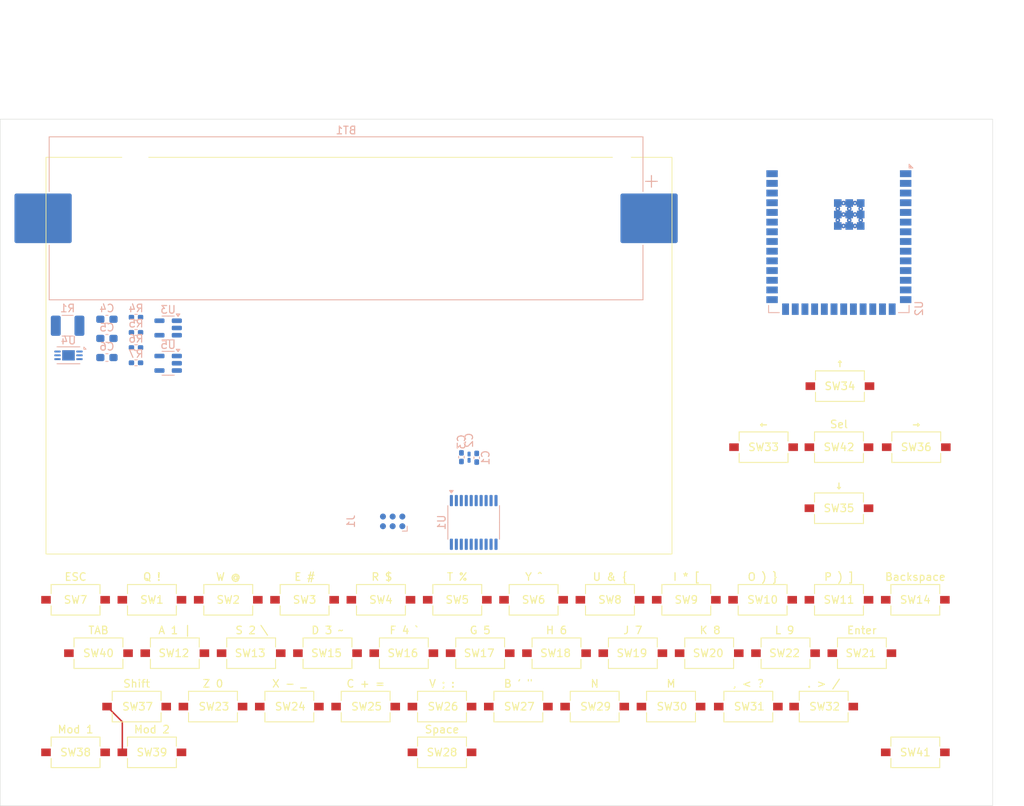
<source format=kicad_pcb>
(kicad_pcb (version 20241229) (generator "pcbnew") (generator_version "9.0")
  (title_block (title "Wow Communicator") (date "2025-07-20") (rev "A0") (company "Bjorn Hropot") (comment 1 "WebWow"))
  (layers (0 "F.Cu" signal) (4 "In1.Cu" signal) (6 "In2.Cu" signal) (2 "B.Cu" signal) (13 "F.Paste" user) (15 "B.Paste" user) (5 "F.SilkS" user "F.Silkscreen") (7 "B.SilkS" user "B.Silkscreen") (1 "F.Mask" user) (3 "B.Mask" user) (25 "Edge.Cuts" user))
  (net 0 "")
  (net 1 "0")
  (net 2 "+3V3")
  (net 3 "/keyboard_matrix/DEBUG_SWDIO")
  (net 4 "/keyboard_matrix/DEBUG_SWCLK")
  (net 5 "Net-(SW1-A)")
  (net 6 "Net-(SW1-B)")
  (net 7 "/keyboard_matrix/NRESET")
  (net 8 "/keyboard_matrix/KEYBOARD_SDA")
  (net 9 "/keyboard_matrix/KEYBOARD_SCL")
  (net 11 "Net-(SW16-B)")
  (net 12 "Net-(SW10-B)")
  (net 13 "Net-(SW11-B)")
  (net 14 "Net-(SW12-B)")
  (net 15 "Net-(SW13-B)")
  (net 16 "Net-(SW14-B)")
  (net 17 "Net-(SW10-A)")
  (net 18 "Net-(SW15-A)")
  (net 19 "Net-(SW22-A)")
  (net 20 "Net-(SW29-A)")
  (net 21 "Net-(SW36-A)")
  (net 26 "Net-(U2-GND-Pad1)")
  (net 61 "Net-(BT1-+)")
  (net 62 "Net-(SW43A-B)")
  (net 63 "Net-(U5-PROG)")
  (net 64 "Net-(J2-CC2)")
  (net 65 "Net-(J2-CC1)")
  (net 66 "Net-(J2-SHIELD)")
  (net 68 "Net-(SW43A-C)")
  (net 69 "/power_management/BATTERY_SCL")
  (net 70 "/power_management/BATTERY_SDA")
  (net 72 "Net-(U5-CE)")
  (footprint "Button_Switch_SMD:SW_Tactile_SPST_NO_Straight_CK_PTS636Sx25SMTRLFS" (layer "F.Cu") (at 204.875 133)
    (property "Reference" "SW41" (at 0 0 0) (layer "F.SilkS"))
    (property "Value" "SW_SPST")
    (property "Key Text" "" (at 0 0 0) (layer "F.SilkS"))
    (pad "1" smd rect (at -3.875 0) (size 1.25 1) (layers "F.Cu" "F.Mask" "F.Paste") (net 21 "Net-(SW36-A)"))
    (pad "2" smd rect (at 3.875 0) (size 1.25 1) (layers "F.Cu" "F.Mask" "F.Paste") (net 15 "Net-(SW13-B)"))
  )
  (footprint "Button_Switch_SMD:SW_Tactile_SPST_NO_Straight_CK_PTS636Sx25SMTRLFS" (layer "F.Cu") (at 147.875 120)
    (property "Reference" "SW17" (at -0.125 0 0) (layer "F.SilkS"))
    (property "Value" "SW_SPST")
    (property "Key Text" "G 5" (at 0 -3 0) (layer "F.SilkS"))
    (pad "1" smd rect (at -3.875 0) (size 1.25 1) (layers "F.Cu" "F.Mask" "F.Paste") (net 18 "Net-(SW15-A)"))
    (pad "2" smd rect (at 3.875 0) (size 1.25 1) (layers "F.Cu" "F.Mask" "F.Paste") (net 12 "Net-(SW10-B)"))
  )
  (footprint "Button_Switch_SMD:SW_Tactile_SPST_NO_Straight_CK_PTS636Sx25SMTRLFS" (layer "F.Cu") (at 154.875 113)
    (property "Reference" "SW6" (at 0 0 0) (layer "F.SilkS"))
    (property "Value" "SW_SPST")
    (property "Key Text" "Y ^" (at 0 -3 0) (layer "F.SilkS"))
    (pad "1" smd rect (at -3.875 0) (size 1.25 1) (layers "F.Cu" "F.Mask" "F.Paste") (net 5 "Net-(SW1-A)"))
    (pad "2" smd rect (at 3.875 0) (size 1.25 1) (layers "F.Cu" "F.Mask" "F.Paste") (net 15 "Net-(SW13-B)"))
  )
  (footprint "Button_Switch_SMD:SW_Tactile_SPST_NO_Straight_CK_PTS636Sx25SMTRLFS" (layer "F.Cu") (at 107.875 120)
    (property "Reference" "SW12" (at -0.125 0 0) (layer "F.SilkS"))
    (property "Value" "SW_SPST")
    (property "Key Text" "A 1 |" (at 0 -3 0) (layer "F.SilkS"))
    (pad "1" smd rect (at -3.875 0) (size 1.25 1) (layers "F.Cu" "F.Mask" "F.Paste") (net 17 "Net-(SW10-A)"))
    (pad "2" smd rect (at 3.875 0) (size 1.25 1) (layers "F.Cu" "F.Mask" "F.Paste") (net 14 "Net-(SW12-B)"))
  )
  (footprint "Button_Switch_SMD:SW_Tactile_SPST_NO_Straight_CK_PTS636Sx25SMTRLFS" (layer "F.Cu") (at 114.875 113)
    (property "Reference" "SW2" (at 0 0 0) (layer "F.SilkS"))
    (property "Value" "SW_SPST")
    (property "Key Text" "W @" (at 0 -3 0) (layer "F.SilkS"))
    (pad "1" smd rect (at -3.875 0) (size 1.25 1) (layers "F.Cu" "F.Mask" "F.Paste") (net 5 "Net-(SW1-A)"))
    (pad "2" smd rect (at 3.875 0) (size 1.25 1) (layers "F.Cu" "F.Mask" "F.Paste") (net 11 "Net-(SW16-B)"))
  )
  (footprint "Button_Switch_SMD:SW_Tactile_SPST_NO_Straight_CK_PTS636Sx25SMTRLFS" (layer "F.Cu") (at 112.875 127)
    (property "Reference" "SW23" (at 0.125 0 0) (layer "F.SilkS"))
    (property "Value" "SW_SPST")
    (property "Key Text" "Z 0" (at 0 -3 0) (layer "F.SilkS"))
    (pad "1" smd rect (at -3.875 0) (size 1.25 1) (layers "F.Cu" "F.Mask" "F.Paste") (net 19 "Net-(SW22-A)"))
    (pad "2" smd rect (at 3.875 0) (size 1.25 1) (layers "F.Cu" "F.Mask" "F.Paste") (net 11 "Net-(SW16-B)"))
  )
  (footprint "Button_Switch_SMD:SW_Tactile_SPST_NO_Straight_CK_PTS636Sx25SMTRLFS" (layer "F.Cu") (at 157.875 120)
    (property "Reference" "SW18" (at -0.125 0 0) (layer "F.SilkS"))
    (property "Value" "SW_SPST")
    (property "Key Text" "H 6" (at 0 -3 0) (layer "F.SilkS"))
    (pad "1" smd rect (at -3.875 0) (size 1.25 1) (layers "F.Cu" "F.Mask" "F.Paste") (net 18 "Net-(SW15-A)"))
    (pad "2" smd rect (at 3.875 0) (size 1.25 1) (layers "F.Cu" "F.Mask" "F.Paste") (net 13 "Net-(SW11-B)"))
  )
  (footprint "Button_Switch_SMD:SW_Tactile_SPST_NO_Straight_CK_PTS636Sx25SMTRLFS" (layer "F.Cu") (at 142.875 127)
    (property "Reference" "SW26" (at 0.125 0 0) (layer "F.SilkS"))
    (property "Value" "SW_SPST")
    (property "Key Text" "V ; :" (at 0 -3 0) (layer "F.SilkS"))
    (pad "1" smd rect (at -3.875 0) (size 1.25 1) (layers "F.Cu" "F.Mask" "F.Paste") (net 19 "Net-(SW22-A)"))
    (pad "2" smd rect (at 3.875 0) (size 1.25 1) (layers "F.Cu" "F.Mask" "F.Paste") (net 14 "Net-(SW12-B)"))
  )
  (footprint "Button_Switch_SMD:SW_Tactile_SPST_NO_Straight_CK_PTS636Sx25SMTRLFS" (layer "F.Cu") (at 117.875 120)
    (property "Reference" "SW13" (at -0.125 0 0) (layer "F.SilkS"))
    (property "Value" "SW_SPST")
    (property "Key Text" "S 2 \\" (at 0 -3 0) (layer "F.SilkS"))
    (pad "1" smd rect (at -3.875 0) (size 1.25 1) (layers "F.Cu" "F.Mask" "F.Paste") (net 17 "Net-(SW10-A)"))
    (pad "2" smd rect (at 3.875 0) (size 1.25 1) (layers "F.Cu" "F.Mask" "F.Paste") (net 15 "Net-(SW13-B)"))
  )
  (footprint "Button_Switch_SMD:SW_Tactile_SPST_NO_Straight_CK_PTS636Sx25SMTRLFS" (layer "F.Cu") (at 184.875 113)
    (property "Reference" "SW10" (at 0 0 0) (layer "F.SilkS"))
    (property "Value" "SW_SPST")
    (property "Key Text" "O ) }" (at 0 -3 0) (layer "F.SilkS"))
    (pad "1" smd rect (at -3.875 0) (size 1.25 1) (layers "F.Cu" "F.Mask" "F.Paste") (net 17 "Net-(SW10-A)"))
    (pad "2" smd rect (at 3.875 0) (size 1.25 1) (layers "F.Cu" "F.Mask" "F.Paste") (net 12 "Net-(SW10-B)"))
  )
  (footprint "Button_Switch_SMD:SW_Tactile_SPST_NO_Straight_CK_PTS636Sx25SMTRLFS" (layer "F.Cu") (at 164.875 113)
    (property "Reference" "SW8" (at 0 0 0) (layer "F.SilkS"))
    (property "Value" "SW_SPST")
    (property "Key Text" "U & {" (at 0 -3 0) (layer "F.SilkS"))
    (pad "1" smd rect (at -3.875 0) (size 1.25 1) (layers "F.Cu" "F.Mask" "F.Paste") (net 17 "Net-(SW10-A)"))
    (pad "2" smd rect (at 3.875 0) (size 1.25 1) (layers "F.Cu" "F.Mask" "F.Paste") (net 6 "Net-(SW1-B)"))
  )
  (footprint "Button_Switch_SMD:SW_Tactile_SPST_NO_Straight_CK_PTS636Sx25SMTRLFS" (layer "F.Cu") (at 102.875 127)
    (property "Reference" "SW37" (at 0.125 0 0) (layer "F.SilkS"))
    (property "Value" "SW_SPST")
    (property "Key Text" "Shift" (at 0 -3 0) (layer "F.SilkS"))
    (pad "1" smd rect (at -3.875 0) (size 1.25 1) (layers "F.Cu" "F.Mask" "F.Paste") (net 21 "Net-(SW36-A)"))
    (pad "2" smd rect (at 3.875 0) (size 1.25 1) (layers "F.Cu" "F.Mask" "F.Paste") (net 11 "Net-(SW16-B)"))
  )
  (footprint "Button_Switch_SMD:SW_Tactile_SPST_NO_Straight_CK_PTS636Sx25SMTRLFS" (layer "F.Cu") (at 195 85)
    (property "Reference" "SW34" (at 0 0 0) (layer "F.SilkS"))
    (property "Value" "SW_SPST")
    (property "Key Text" "↑" (at 0 -3 0) (layer "F.SilkS"))
    (pad "1" smd rect (at -3.875 0) (size 1.25 1) (layers "F.Cu" "F.Mask" "F.Paste") (net 20 "Net-(SW29-A)"))
    (pad "2" smd rect (at 3.875 0) (size 1.25 1) (layers "F.Cu" "F.Mask" "F.Paste") (net 15 "Net-(SW13-B)"))
  )
  (footprint "Button_Switch_SMD:SW_Tactile_SPST_NO_Straight_CK_PTS636Sx25SMTRLFS" (layer "F.Cu") (at 137.875 120)
    (property "Reference" "SW16" (at -0.125 0 0) (layer "F.SilkS"))
    (property "Value" "SW_SPST")
    (property "Key Text" "F 4 `" (at 0 -3 0) (layer "F.SilkS"))
    (pad "1" smd rect (at -3.875 0) (size 1.25 1) (layers "F.Cu" "F.Mask" "F.Paste") (net 18 "Net-(SW15-A)"))
    (pad "2" smd rect (at 3.875 0) (size 1.25 1) (layers "F.Cu" "F.Mask" "F.Paste") (net 11 "Net-(SW16-B)"))
  )
  (footprint "Button_Switch_SMD:SW_Tactile_SPST_NO_Straight_CK_PTS636Sx25SMTRLFS" (layer "F.Cu") (at 104.875 133)
    (property "Reference" "SW39" (at 0 0 0) (layer "F.SilkS"))
    (property "Value" "SW_SPST")
    (property "Key Text" "Mod 2" (at 0 -3 0) (layer "F.SilkS"))
    (pad "1" smd rect (at -3.875 0) (size 1.25 1) (layers "F.Cu" "F.Mask" "F.Paste") (net 21 "Net-(SW36-A)"))
    (pad "2" smd rect (at 3.875 0) (size 1.25 1) (layers "F.Cu" "F.Mask" "F.Paste") (net 13 "Net-(SW11-B)"))
  )
  (footprint "Button_Switch_SMD:SW_Tactile_SPST_NO_Straight_CK_PTS636Sx25SMTRLFS" (layer "F.Cu") (at 94.875 113)
    (property "Reference" "SW7" (at 0 0 0) (layer "F.SilkS"))
    (property "Value" "SW_SPST")
    (property "Key Text" "ESC" (at 0 -3 0) (layer "F.SilkS"))
    (pad "1" smd rect (at -3.875 0) (size 1.25 1) (layers "F.Cu" "F.Mask" "F.Paste") (net 5 "Net-(SW1-A)"))
    (pad "2" smd rect (at 3.875 0) (size 1.25 1) (layers "F.Cu" "F.Mask" "F.Paste") (net 16 "Net-(SW14-B)"))
  )
  (footprint "Button_Switch_SMD:SW_Tactile_SPST_NO_Straight_CK_PTS636Sx25SMTRLFS" (layer "F.Cu") (at 194.875 113)
    (property "Reference" "SW11" (at 0 0 0) (layer "F.SilkS"))
    (property "Value" "SW_SPST")
    (property "Key Text" "P ) ]" (at 0 -3 0) (layer "F.SilkS"))
    (pad "1" smd rect (at -3.875 0) (size 1.25 1) (layers "F.Cu" "F.Mask" "F.Paste") (net 17 "Net-(SW10-A)"))
    (pad "2" smd rect (at 3.875 0) (size 1.25 1) (layers "F.Cu" "F.Mask" "F.Paste") (net 13 "Net-(SW11-B)"))
  )
  (footprint "Button_Switch_SMD:SW_Tactile_SPST_NO_Straight_CK_PTS636Sx25SMTRLFS" (layer "F.Cu") (at 187.875 120)
    (property "Reference" "SW22" (at -0.125 0 0) (layer "F.SilkS"))
    (property "Value" "SW_SPST")
    (property "Key Text" "L 9" (at -0.125 -3 0) (layer "F.SilkS"))
    (pad "1" smd rect (at -3.875 0) (size 1.25 1) (layers "F.Cu" "F.Mask" "F.Paste") (net 19 "Net-(SW22-A)"))
    (pad "2" smd rect (at 3.875 0) (size 1.25 1) (layers "F.Cu" "F.Mask" "F.Paste") (net 6 "Net-(SW1-B)"))
  )
  (footprint "Button_Switch_SMD:SW_Tactile_SPST_NO_Straight_CK_PTS636Sx25SMTRLFS" (layer "F.Cu") (at 174.875 113)
    (property "Reference" "SW9" (at 0 0 0) (layer "F.SilkS"))
    (property "Value" "SW_SPST")
    (property "Key Text" "I * [" (at 0 -3 0) (layer "F.SilkS"))
    (pad "1" smd rect (at -3.875 0) (size 1.25 1) (layers "F.Cu" "F.Mask" "F.Paste") (net 17 "Net-(SW10-A)"))
    (pad "2" smd rect (at 3.875 0) (size 1.25 1) (layers "F.Cu" "F.Mask" "F.Paste") (net 11 "Net-(SW16-B)"))
  )
  (footprint "Button_Switch_SMD:SW_Tactile_SPST_NO_Straight_CK_PTS636Sx25SMTRLFS" (layer "F.Cu") (at 192.875 127)
    (property "Reference" "SW32" (at 0.125 0 0) (layer "F.SilkS"))
    (property "Value" "SW_SPST")
    (property "Key Text" ". > /" (at 0 -3 0) (layer "F.SilkS"))
    (pad "1" smd rect (at -3.875 0) (size 1.25 1) (layers "F.Cu" "F.Mask" "F.Paste") (net 20 "Net-(SW29-A)"))
    (pad "2" smd rect (at 3.875 0) (size 1.25 1) (layers "F.Cu" "F.Mask" "F.Paste") (net 13 "Net-(SW11-B)"))
  )
  (footprint "Button_Switch_SMD:SW_Tactile_SPST_NO_Straight_CK_PTS636Sx25SMTRLFS" (layer "F.Cu") (at 127.875 120)
    (property "Reference" "SW15" (at -0.125 0 0) (layer "F.SilkS"))
    (property "Value" "SW_SPST")
    (property "Key Text" "D 3 ~" (at 0 -3 0) (layer "F.SilkS"))
    (pad "1" smd rect (at -3.875 0) (size 1.25 1) (layers "F.Cu" "F.Mask" "F.Paste") (net 18 "Net-(SW15-A)"))
    (pad "2" smd rect (at 3.875 0) (size 1.25 1) (layers "F.Cu" "F.Mask" "F.Paste") (net 6 "Net-(SW1-B)"))
  )
  (footprint "Button_Switch_SMD:SW_Tactile_SPST_NO_Straight_CK_PTS636Sx25SMTRLFS" (layer "F.Cu") (at 167.875 120)
    (property "Reference" "SW19" (at -0.125 0 0) (layer "F.SilkS"))
    (property "Value" "SW_SPST")
    (property "Key Text" "J 7" (at 0 -3 0) (layer "F.SilkS"))
    (pad "1" smd rect (at -3.875 0) (size 1.25 1) (layers "F.Cu" "F.Mask" "F.Paste") (net 18 "Net-(SW15-A)"))
    (pad "2" smd rect (at 3.875 0) (size 1.25 1) (layers "F.Cu" "F.Mask" "F.Paste") (net 14 "Net-(SW12-B)"))
  )
  (footprint "Button_Switch_SMD:SW_Tactile_SPST_NO_Straight_CK_PTS636Sx25SMTRLFS" (layer "F.Cu") (at 197.875 120)
    (property "Reference" "SW21" (at -0.125 0 0) (layer "F.SilkS"))
    (property "Value" "SW_SPST")
    (property "Key Text" "Enter" (at 0 -3 0) (layer "F.SilkS"))
    (pad "1" smd rect (at -3.875 0) (size 1.25 1) (layers "F.Cu" "F.Mask" "F.Paste") (net 18 "Net-(SW15-A)"))
    (pad "2" smd rect (at 3.875 0) (size 1.25 1) (layers "F.Cu" "F.Mask" "F.Paste") (net 16 "Net-(SW14-B)"))
  )
  (footprint "Button_Switch_SMD:SW_Tactile_SPST_NO_Straight_CK_PTS636Sx25SMTRLFS" (layer "F.Cu") (at 134.875 113)
    (property "Reference" "SW4" (at 0 0 0) (layer "F.SilkS"))
    (property "Value" "SW_SPST")
    (property "Key Text" "R $" (at 0.125 -3 0) (layer "F.SilkS"))
    (pad "1" smd rect (at -3.875 0) (size 1.25 1) (layers "F.Cu" "F.Mask" "F.Paste") (net 5 "Net-(SW1-A)"))
    (pad "2" smd rect (at 3.875 0) (size 1.25 1) (layers "F.Cu" "F.Mask" "F.Paste") (net 13 "Net-(SW11-B)"))
  )
  (footprint "Button_Switch_SMD:SW_Tactile_SPST_NO_Straight_CK_PTS636Sx25SMTRLFS" (layer "F.Cu") (at 144.875 113)
    (property "Reference" "SW5" (at 0 0 0) (layer "F.SilkS"))
    (property "Value" "SW_SPST")
    (property "Key Text" "T %" (at 0 -3 0) (layer "F.SilkS"))
    (pad "1" smd rect (at -3.875 0) (size 1.25 1) (layers "F.Cu" "F.Mask" "F.Paste") (net 5 "Net-(SW1-A)"))
    (pad "2" smd rect (at 3.875 0) (size 1.25 1) (layers "F.Cu" "F.Mask" "F.Paste") (net 14 "Net-(SW12-B)"))
  )
  (footprint "Button_Switch_SMD:SW_Tactile_SPST_NO_Straight_CK_PTS636Sx25SMTRLFS" (layer "F.Cu") (at 172.875 127)
    (property "Reference" "SW30" (at 0.125 0 0) (layer "F.SilkS"))
    (property "Value" "SW_SPST")
    (property "Key Text" "M" (at 0 -3 0) (layer "F.SilkS"))
    (pad "1" smd rect (at -3.875 0) (size 1.25 1) (layers "F.Cu" "F.Mask" "F.Paste") (net 20 "Net-(SW29-A)"))
    (pad "2" smd rect (at 3.875 0) (size 1.25 1) (layers "F.Cu" "F.Mask" "F.Paste") (net 11 "Net-(SW16-B)"))
  )
  (footprint "Button_Switch_SMD:SW_Tactile_SPST_NO_Straight_CK_PTS636Sx25SMTRLFS" (layer "F.Cu") (at 132.875 127)
    (property "Reference" "SW25" (at 0.125 0 0) (layer "F.SilkS"))
    (property "Value" "SW_SPST")
    (property "Key Text" "C + =" (at 0 -3 0) (layer "F.SilkS"))
    (pad "1" smd rect (at -3.875 0) (size 1.25 1) (layers "F.Cu" "F.Mask" "F.Paste") (net 19 "Net-(SW22-A)"))
    (pad "2" smd rect (at 3.875 0) (size 1.25 1) (layers "F.Cu" "F.Mask" "F.Paste") (net 13 "Net-(SW11-B)"))
  )
  (footprint "Button_Switch_SMD:SW_Tactile_SPST_NO_Straight_CK_PTS636Sx25SMTRLFS" (layer "F.Cu") (at 194.875 93)
    (property "Reference" "SW42" (at 0 0 0) (layer "F.SilkS"))
    (property "Value" "SW_SPST")
    (property "Key Text" "Sel" (at 0 -3 0) (layer "F.SilkS"))
    (pad "1" smd rect (at -3.875 0) (size 1.25 1) (layers "F.Cu" "F.Mask" "F.Paste") (net 21 "Net-(SW36-A)"))
    (pad "2" smd rect (at 3.875 0) (size 1.25 1) (layers "F.Cu" "F.Mask" "F.Paste") (net 16 "Net-(SW14-B)"))
  )
  (footprint "Button_Switch_SMD:SW_Tactile_SPST_NO_Straight_CK_PTS636Sx25SMTRLFS" (layer "F.Cu") (at 204.875 113)
    (property "Reference" "SW14" (at 0 0 0) (layer "F.SilkS"))
    (property "Value" "SW_SPST")
    (property "Key Text" "Backspace" (at 0 -3 0) (layer "F.SilkS"))
    (pad "1" smd rect (at -3.875 0) (size 1.25 1) (layers "F.Cu" "F.Mask" "F.Paste") (net 17 "Net-(SW10-A)"))
    (pad "2" smd rect (at 3.875 0) (size 1.25 1) (layers "F.Cu" "F.Mask" "F.Paste") (net 16 "Net-(SW14-B)"))
  )
  (footprint "Button_Switch_SMD:SW_Tactile_SPST_NO_Straight_CK_PTS636Sx25SMTRLFS" (layer "F.Cu") (at 177.875 120)
    (property "Reference" "SW20" (at -0.125 0 0) (layer "F.SilkS"))
    (property "Value" "SW_SPST")
    (property "Key Text" "K 8" (at 0.125 -3 0) (layer "F.SilkS"))
    (pad "1" smd rect (at -3.875 0) (size 1.25 1) (layers "F.Cu" "F.Mask" "F.Paste") (net 18 "Net-(SW15-A)"))
    (pad "2" smd rect (at 3.875 0) (size 1.25 1) (layers "F.Cu" "F.Mask" "F.Paste") (net 15 "Net-(SW13-B)"))
  )
  (footprint "Button_Switch_SMD:SW_Tactile_SPST_NO_Straight_CK_PTS636Sx25SMTRLFS" (layer "F.Cu") (at 152.875 127)
    (property "Reference" "SW27" (at 0.125 0 0) (layer "F.SilkS"))
    (property "Value" "SW_SPST")
    (property "Key Text" "B ' \"" (at 0 -3 0) (layer "F.SilkS"))
    (pad "1" smd rect (at -3.875 0) (size 1.25 1) (layers "F.Cu" "F.Mask" "F.Paste") (net 19 "Net-(SW22-A)"))
    (pad "2" smd rect (at 3.875 0) (size 1.25 1) (layers "F.Cu" "F.Mask" "F.Paste") (net 15 "Net-(SW13-B)"))
  )
  (footprint "Button_Switch_SMD:SW_Tactile_SPST_NO_Straight_CK_PTS636Sx25SMTRLFS" (layer "F.Cu") (at 142.875 133)
    (property "Reference" "SW28" (at 0 0 0) (layer "F.SilkS"))
    (property "Value" "SW_SPST")
    (property "Key Text" "Space" (at 0 -3 0) (layer "F.SilkS"))
    (pad "1" smd rect (at -3.875 0) (size 1.25 1) (layers "F.Cu" "F.Mask" "F.Paste") (net 19 "Net-(SW22-A)"))
    (pad "2" smd rect (at 3.875 0) (size 1.25 1) (layers "F.Cu" "F.Mask" "F.Paste") (net 16 "Net-(SW14-B)"))
  )
  (footprint "Button_Switch_SMD:SW_Tactile_SPST_NO_Straight_CK_PTS636Sx25SMTRLFS" (layer "F.Cu") (at 183 127)
    (property "Reference" "SW31" (at 0.125 0 0) (layer "F.SilkS"))
    (property "Value" "SW_SPST")
    (property "Key Text" ", < ?" (at 0 -3 0) (layer "F.SilkS"))
    (pad "1" smd rect (at -3.875 0) (size 1.25 1) (layers "F.Cu" "F.Mask" "F.Paste") (net 20 "Net-(SW29-A)"))
    (pad "2" smd rect (at 3.875 0) (size 1.25 1) (layers "F.Cu" "F.Mask" "F.Paste") (net 12 "Net-(SW10-B)"))
  )
  (footprint "Button_Switch_SMD:SW_Tactile_SPST_NO_Straight_CK_PTS636Sx25SMTRLFS" (layer "F.Cu") (at 194.875 101)
    (property "Reference" "SW35" (at 0 0 0) (layer "F.SilkS"))
    (property "Value" "SW_SPST")
    (property "Key Text" "↓" (at 0 -3 0) (layer "F.SilkS"))
    (pad "1" smd rect (at -3.875 0) (size 1.25 1) (layers "F.Cu" "F.Mask" "F.Paste") (net 20 "Net-(SW29-A)"))
    (pad "2" smd rect (at 3.875 0) (size 1.25 1) (layers "F.Cu" "F.Mask" "F.Paste") (net 16 "Net-(SW14-B)"))
  )
  (footprint "Button_Switch_SMD:SW_Tactile_SPST_NO_Straight_CK_PTS636Sx25SMTRLFS" (layer "F.Cu") (at 124.875 113)
    (property "Reference" "SW3" (at 0 0 0) (layer "F.SilkS"))
    (property "Value" "SW_SPST")
    (property "Key Text" "E #" (at 0 -3 0) (layer "F.SilkS"))
    (pad "1" smd rect (at -3.875 0) (size 1.25 1) (layers "F.Cu" "F.Mask" "F.Paste") (net 5 "Net-(SW1-A)"))
    (pad "2" smd rect (at 3.875 0) (size 1.25 1) (layers "F.Cu" "F.Mask" "F.Paste") (net 12 "Net-(SW10-B)"))
  )
  (footprint "Button_Switch_SMD:SW_Tactile_SPST_NO_Straight_CK_PTS636Sx25SMTRLFS" (layer "F.Cu") (at 97.875 120)
    (property "Reference" "SW40" (at 0 0 0) (layer "F.SilkS"))
    (property "Value" "SW_SPST")
    (property "Key Text" "TAB" (at 0 -3 0) (layer "F.SilkS"))
    (pad "1" smd rect (at -3.875 0) (size 1.25 1) (layers "F.Cu" "F.Mask" "F.Paste") (net 21 "Net-(SW36-A)"))
    (pad "2" smd rect (at 3.875 0) (size 1.25 1) (layers "F.Cu" "F.Mask" "F.Paste") (net 14 "Net-(SW12-B)"))
  )
  (footprint "Button_Switch_SMD:SW_Tactile_SPST_NO_Straight_CK_PTS636Sx25SMTRLFS" (layer "F.Cu") (at 205 93)
    (property "Reference" "SW36" (at 0 0 0) (layer "F.SilkS"))
    (property "Value" "SW_SPST")
    (property "Key Text" "→" (at 0 -3 0) (layer "F.SilkS"))
    (pad "1" smd rect (at -3.875 0) (size 1.25 1) (layers "F.Cu" "F.Mask" "F.Paste") (net 21 "Net-(SW36-A)"))
    (pad "2" smd rect (at 3.875 0) (size 1.25 1) (layers "F.Cu" "F.Mask" "F.Paste") (net 6 "Net-(SW1-B)"))
  )
  (footprint "Button_Switch_SMD:SW_Tactile_SPST_NO_Straight_CK_PTS636Sx25SMTRLFS" (layer "F.Cu") (at 104.875 113)
    (property "Reference" "SW1" (at 0 0 0) (layer "F.SilkS"))
    (property "Value" "SW_SPST")
    (property "Key Text" "Q !" (at 0 -3 0) (layer "F.SilkS"))
    (pad "1" smd rect (at -3.875 0) (size 1.25 1) (layers "F.Cu" "F.Mask" "F.Paste") (net 5 "Net-(SW1-A)"))
    (pad "2" smd rect (at 3.875 0) (size 1.25 1) (layers "F.Cu" "F.Mask" "F.Paste") (net 6 "Net-(SW1-B)"))
  )
  (footprint "Button_Switch_SMD:SW_Tactile_SPST_NO_Straight_CK_PTS636Sx25SMTRLFS" (layer "F.Cu") (at 162.875 127)
    (property "Reference" "SW29" (at 0.125 0 0) (layer "F.SilkS"))
    (property "Value" "SW_SPST")
    (property "Key Text" "N" (at 0 -3 0) (layer "F.SilkS"))
    (pad "1" smd rect (at -3.875 0) (size 1.25 1) (layers "F.Cu" "F.Mask" "F.Paste") (net 20 "Net-(SW29-A)"))
    (pad "2" smd rect (at 3.875 0) (size 1.25 1) (layers "F.Cu" "F.Mask" "F.Paste") (net 6 "Net-(SW1-B)"))
  )
  (footprint "Button_Switch_SMD:SW_Tactile_SPST_NO_Straight_CK_PTS636Sx25SMTRLFS" (layer "F.Cu") (at 185 93)
    (property "Reference" "SW33" (at 0 0 0) (layer "F.SilkS"))
    (property "Value" "SW_SPST")
    (property "Key Text" "←" (at 0 -3 0) (layer "F.SilkS"))
    (pad "1" smd rect (at -3.875 0) (size 1.25 1) (layers "F.Cu" "F.Mask" "F.Paste") (net 20 "Net-(SW29-A)"))
    (pad "2" smd rect (at 3.875 0) (size 1.25 1) (layers "F.Cu" "F.Mask" "F.Paste") (net 14 "Net-(SW12-B)"))
  )
  (footprint "Button_Switch_SMD:SW_Tactile_SPST_NO_Straight_CK_PTS636Sx25SMTRLFS" (layer "F.Cu") (at 122.875 127)
    (property "Reference" "SW24" (at 0.125 0 0) (layer "F.SilkS"))
    (property "Value" "SW_SPST")
    (property "Key Text" "X - _" (at 0 -3 0) (layer "F.SilkS"))
    (pad "1" smd rect (at -3.875 0) (size 1.25 1) (layers "F.Cu" "F.Mask" "F.Paste") (net 19 "Net-(SW22-A)"))
    (pad "2" smd rect (at 3.875 0) (size 1.25 1) (layers "F.Cu" "F.Mask" "F.Paste") (net 12 "Net-(SW10-B)"))
  )
  (footprint "Button_Switch_SMD:SW_Tactile_SPST_NO_Straight_CK_PTS636Sx25SMTRLFS" (layer "F.Cu") (at 94.875 133)
    (property "Reference" "SW38" (at 0 0 0) (layer "F.SilkS"))
    (property "Value" "SW_SPST")
    (property "Key Text" "Mod 1" (at 0 -3 0) (layer "F.SilkS"))
    (pad "1" smd rect (at -3.875 0) (size 1.25 1) (layers "F.Cu" "F.Mask" "F.Paste") (net 21 "Net-(SW36-A)"))
    (pad "2" smd rect (at 3.875 0) (size 1.25 1) (layers "F.Cu" "F.Mask" "F.Paste") (net 12 "Net-(SW10-B)"))
  )
  (footprint "Package_TO_SOT_SMD:SOT-23-5" (layer "B.Cu") (at 107 77.375 180)
    (property "Reference" "U3" (at 0 2.4 0) (layer "B.SilkS") (effects (justify mirror)))
    (property "Value" "TLV75733PDBV")
    (pad "1" smd roundrect (at -1.1375 0.95 180) (size 1.325 0.6) (layers "B.Cu" "B.Mask" "B.Paste") (net 68 "Net-(SW43A-C)"))
    (pad "2" smd roundrect (at -1.1375 0 180) (size 1.325 0.6) (layers "B.Cu" "B.Mask" "B.Paste") (net 1 "0"))
    (pad "3" smd roundrect (at -1.1375 -0.95 180) (size 1.325 0.6) (layers "B.Cu" "B.Mask" "B.Paste") (net 68 "Net-(SW43A-C)"))
    (pad "4" smd roundrect (at 1.1375 -0.95 180) (size 1.325 0.6) (layers "B.Cu" "B.Mask" "B.Paste"))
    (pad "5" smd roundrect (at 1.1375 0.95 180) (size 1.325 0.6) (layers "B.Cu" "B.Mask" "B.Paste") (net 2 "+3V3"))
  )
  (footprint "Capacitor_SMD:C_0402_1005Metric_Pad0.74x0.62mm_HandSolder" (layer "B.Cu") (at 145.42 94.3085 90)
    (property "Reference" "C3" (at 2 0 90) (layer "B.SilkS") (effects (justify mirror)))
    (property "Value" "100n")
    (pad "1" smd roundrect (at -0.5675 0 90) (size 0.735 0.62) (layers "B.Cu" "B.Mask" "B.Paste") (net 2 "+3V3"))
    (pad "2" smd roundrect (at 0.5675 0 90) (size 0.735 0.62) (layers "B.Cu" "B.Mask" "B.Paste") (net 1 "0"))
  )
  (footprint "Battery:BatteryHolder_Keystone_1042_1x18650" (layer "B.Cu") (at 130.31 63 180)
    (property "Reference" "BT1" (at 0 11.53 0) (layer "B.SilkS") (effects (justify mirror)))
    (property "Value" "18650")
    (fp_text user "+" (at -40 5 0) (layer "B.SilkS") (effects (font (size 2 2)) (justify mirror)))
    (pad "" np_thru_hole circle (at -36.13 8 180) (size 2.39 2.39) (drill 2.39) (layers "*.Cu" "*.Mask"))
    (pad "" np_thru_hole circle (at -27.62 -8 180) (size 3.45 3.45) (drill 3.45) (layers "*.Cu" "*.Mask"))
    (pad "" np_thru_hole circle (at 27.62 8 180) (size 3.45 3.45) (drill 3.45) (layers "*.Cu" "*.Mask"))
    (pad "1" smd roundrect (at -39.69 0 180) (size 7.5 6.5) (layers "B.Cu" "B.Mask" "B.Paste") (roundrect_rratio 0.038462) (net 61 "Net-(BT1-+)"))
    (pad "2" smd roundrect (at 39.69 0 180) (size 7.5 6.5) (layers "B.Cu" "B.Mask" "B.Paste") (roundrect_rratio 0.038462) (net 1 "0"))
  )
  (footprint "Resistor_SMD:R_0402_1005Metric_Pad0.72x0.64mm_HandSolder" (layer "B.Cu") (at 102.79 77.96 180)
    (property "Reference" "R5" (at 0 1.17 0) (layer "B.SilkS") (effects (justify mirror)))
    (property "Value" "5.1k")
    (pad "1" smd roundrect (at -0.5975 0 180) (size 0.715 0.64) (layers "B.Cu" "B.Mask" "B.Paste") (net 64 "Net-(J2-CC2)"))
    (pad "2" smd roundrect (at 0.5975 0 180) (size 0.715 0.64) (layers "B.Cu" "B.Mask" "B.Paste") (net 1 "0"))
  )
  (footprint "Capacitor_SMD:C_0603_1608Metric_Pad1.08x0.95mm_HandSolder" (layer "B.Cu") (at 98.98 81.25 180)
    (property "Reference" "C6" (at 0 1.43 0) (layer "B.SilkS") (effects (justify mirror)))
    (property "Value" "10u")
    (pad "1" smd roundrect (at -0.8625 0 180) (size 1.075 0.95) (layers "B.Cu" "B.Mask" "B.Paste") (net 2 "+3V3"))
    (pad "2" smd roundrect (at 0.8625 0 180) (size 1.075 0.95) (layers "B.Cu" "B.Mask" "B.Paste") (net 1 "0"))
  )
  (footprint "RF_Module:ESP32-S3-WROOM-2" (layer "B.Cu") (at 194.86 62.41 180)
    (property "Reference" "U2" (at -10.5 -13.5 90) (layer "B.SilkS") (effects (justify right mirror)))
    (property "Value" "ESP32-S3-WROOM-2")
    (pad "1" smd rect (at -8.75 5.26 180) (size 1.5 0.9) (layers "B.Cu" "B.Mask" "B.Paste") (net 26 "Net-(U2-GND-Pad1)"))
    (pad "2" smd rect (at -8.75 3.99 180) (size 1.5 0.9) (layers "B.Cu" "B.Mask" "B.Paste"))
    (pad "3" smd rect (at -8.75 2.72 180) (size 1.5 0.9) (layers "B.Cu" "B.Mask" "B.Paste"))
    (pad "4" smd rect (at -8.75 1.45 180) (size 1.5 0.9) (layers "B.Cu" "B.Mask" "B.Paste"))
    (pad "5" smd rect (at -8.75 0.18 180) (size 1.5 0.9) (layers "B.Cu" "B.Mask" "B.Paste"))
    (pad "6" smd rect (at -8.75 -1.09 180) (size 1.5 0.9) (layers "B.Cu" "B.Mask" "B.Paste"))
    (pad "7" smd rect (at -8.75 -2.36 180) (size 1.5 0.9) (layers "B.Cu" "B.Mask" "B.Paste"))
    (pad "8" smd rect (at -8.75 -3.63 180) (size 1.5 0.9) (layers "B.Cu" "B.Mask" "B.Paste"))
    (pad "9" smd rect (at -8.75 -4.9 180) (size 1.5 0.9) (layers "B.Cu" "B.Mask" "B.Paste"))
    (pad "10" smd rect (at -8.75 -6.17 180) (size 1.5 0.9) (layers "B.Cu" "B.Mask" "B.Paste"))
    (pad "11" smd rect (at -8.75 -7.44 180) (size 1.5 0.9) (layers "B.Cu" "B.Mask" "B.Paste"))
    (pad "12" smd rect (at -8.75 -8.71 180) (size 1.5 0.9) (layers "B.Cu" "B.Mask" "B.Paste"))
    (pad "13" smd rect (at -8.75 -9.98 180) (size 1.5 0.9) (layers "B.Cu" "B.Mask" "B.Paste"))
    (pad "14" smd rect (at -8.75 -11.25 180) (size 1.5 0.9) (layers "B.Cu" "B.Mask" "B.Paste"))
    (pad "15" smd rect (at -6.985 -12.5 90) (size 1.5 0.9) (layers "B.Cu" "B.Mask" "B.Paste"))
    (pad "16" smd rect (at -5.715 -12.5 90) (size 1.5 0.9) (layers "B.Cu" "B.Mask" "B.Paste"))
    (pad "17" smd rect (at -4.445 -12.5 90) (size 1.5 0.9) (layers "B.Cu" "B.Mask" "B.Paste"))
    (pad "18" smd rect (at -3.175 -12.5 90) (size 1.5 0.9) (layers "B.Cu" "B.Mask" "B.Paste"))
    (pad "19" smd rect (at -1.905 -12.5 90) (size 1.5 0.9) (layers "B.Cu" "B.Mask" "B.Paste"))
    (pad "20" smd rect (at -0.635 -12.5 90) (size 1.5 0.9) (layers "B.Cu" "B.Mask" "B.Paste"))
    (pad "21" smd rect (at 0.635 -12.5 90) (size 1.5 0.9) (layers "B.Cu" "B.Mask" "B.Paste"))
    (pad "22" smd rect (at 1.905 -12.5 90) (size 1.5 0.9) (layers "B.Cu" "B.Mask" "B.Paste"))
    (pad "23" smd rect (at 3.175 -12.5 90) (size 1.5 0.9) (layers "B.Cu" "B.Mask" "B.Paste"))
    (pad "24" smd rect (at 4.445 -12.5 90) (size 1.5 0.9) (layers "B.Cu" "B.Mask" "B.Paste"))
    (pad "25" smd rect (at 5.715 -12.5 90) (size 1.5 0.9) (layers "B.Cu" "B.Mask" "B.Paste"))
    (pad "26" smd rect (at 6.985 -12.5 90) (size 1.5 0.9) (layers "B.Cu" "B.Mask" "B.Paste"))
    (pad "27" smd rect (at 8.75 -11.25 180) (size 1.5 0.9) (layers "B.Cu" "B.Mask" "B.Paste"))
    (pad "28" smd rect (at 8.75 -9.98 180) (size 1.5 0.9) (layers "B.Cu" "B.Mask" "B.Paste"))
    (pad "29" smd rect (at 8.75 -8.71 180) (size 1.5 0.9) (layers "B.Cu" "B.Mask" "B.Paste"))
    (pad "30" smd rect (at 8.75 -7.44 180) (size 1.5 0.9) (layers "B.Cu" "B.Mask" "B.Paste"))
    (pad "31" smd rect (at 8.75 -6.17 180) (size 1.5 0.9) (layers "B.Cu" "B.Mask" "B.Paste"))
    (pad "32" smd rect (at 8.75 -4.9 180) (size 1.5 0.9) (layers "B.Cu" "B.Mask" "B.Paste"))
    (pad "33" smd rect (at 8.75 -3.63 180) (size 1.5 0.9) (layers "B.Cu" "B.Mask" "B.Paste"))
    (pad "34" smd rect (at 8.75 -2.36 180) (size 1.5 0.9) (layers "B.Cu" "B.Mask" "B.Paste"))
    (pad "35" smd rect (at 8.75 -1.09 180) (size 1.5 0.9) (layers "B.Cu" "B.Mask" "B.Paste"))
    (pad "36" smd rect (at 8.75 0.18 180) (size 1.5 0.9) (layers "B.Cu" "B.Mask" "B.Paste"))
    (pad "37" smd rect (at 8.75 1.45 180) (size 1.5 0.9) (layers "B.Cu" "B.Mask" "B.Paste"))
    (pad "38" smd rect (at 8.75 2.72 180) (size 1.5 0.9) (layers "B.Cu" "B.Mask" "B.Paste"))
    (pad "39" smd rect (at 8.75 3.99 180) (size 1.5 0.9) (layers "B.Cu" "B.Mask" "B.Paste"))
    (pad "40" smd rect (at 8.75 5.26 180) (size 1.5 0.9) (layers "B.Cu" "B.Mask" "B.Paste") (net 26 "Net-(U2-GND-Pad1)"))
    (pad "41" smd rect (at -2.86 -1.59 180) (size 1 1) (property pad_prop_heatsink) (layers "B.Cu" "B.Mask" "B.Paste") (net 26 "Net-(U2-GND-Pad1)"))
    (pad "41" thru_hole circle (at -2.86 -0.84 180) (size 0.6 0.6) (drill 0.2) (property pad_prop_heatsink) (layers "*.Cu" "*.Mask") (net 26 "Net-(U2-GND-Pad1)"))
    (pad "41" smd rect (at -2.86 -0.09 180) (size 1 1) (property pad_prop_heatsink) (layers "B.Cu" "B.Mask" "B.Paste") (net 26 "Net-(U2-GND-Pad1)"))
    (pad "41" thru_hole circle (at -2.86 0.66 180) (size 0.6 0.6) (drill 0.2) (property pad_prop_heatsink) (layers "*.Cu" "*.Mask") (net 26 "Net-(U2-GND-Pad1)"))
    (pad "41" smd rect (at -2.86 1.41 180) (size 1 1) (property pad_prop_heatsink) (layers "B.Cu" "B.Mask" "B.Paste") (net 26 "Net-(U2-GND-Pad1)"))
    (pad "41" thru_hole circle (at -2.11 -1.59 180) (size 0.6 0.6) (drill 0.2) (property pad_prop_heatsink) (layers "*.Cu" "*.Mask") (net 26 "Net-(U2-GND-Pad1)"))
    (pad "41" thru_hole circle (at -2.11 -0.09 180) (size 0.6 0.6) (drill 0.2) (property pad_prop_heatsink) (layers "*.Cu" "*.Mask") (net 26 "Net-(U2-GND-Pad1)"))
    (pad "41" thru_hole circle (at -2.11 1.41 180) (size 0.6 0.6) (drill 0.2) (property pad_prop_heatsink) (layers "*.Cu" "*.Mask") (net 26 "Net-(U2-GND-Pad1)"))
    (pad "41" smd rect (at -1.36 -1.59 180) (size 1 1) (property pad_prop_heatsink) (layers "B.Cu" "B.Mask" "B.Paste") (net 26 "Net-(U2-GND-Pad1)"))
    (pad "41" thru_hole circle (at -1.36 -0.84 180) (size 0.6 0.6) (drill 0.2) (property pad_prop_heatsink) (layers "*.Cu" "*.Mask") (net 26 "Net-(U2-GND-Pad1)"))
    (pad "41" smd rect (at -1.36 -0.09 180) (size 1 1) (property pad_prop_heatsink) (layers "B.Cu" "B.Mask" "B.Paste") (net 26 "Net-(U2-GND-Pad1)"))
    (pad "41" thru_hole circle (at -1.36 0.66 180) (size 0.6 0.6) (drill 0.2) (property pad_prop_heatsink) (layers "*.Cu" "*.Mask") (net 26 "Net-(U2-GND-Pad1)"))
    (pad "41" smd rect (at -1.36 1.41 180) (size 1 1) (property pad_prop_heatsink) (layers "B.Cu" "B.Mask" "B.Paste") (net 26 "Net-(U2-GND-Pad1)"))
    (pad "41" thru_hole circle (at -0.61 -1.59 180) (size 0.6 0.6) (drill 0.2) (property pad_prop_heatsink) (layers "*.Cu" "*.Mask") (net 26 "Net-(U2-GND-Pad1)"))
    (pad "41" thru_hole circle (at -0.61 -0.09 180) (size 0.6 0.6) (drill 0.2) (property pad_prop_heatsink) (layers "*.Cu" "*.Mask") (net 26 "Net-(U2-GND-Pad1)"))
    (pad "41" thru_hole circle (at -0.61 1.41 180) (size 0.6 0.6) (drill 0.2) (property pad_prop_heatsink) (layers "*.Cu" "*.Mask") (net 26 "Net-(U2-GND-Pad1)"))
    (pad "41" smd rect (at 0.14 -1.59 180) (size 1 1) (property pad_prop_heatsink) (layers "B.Cu" "B.Mask" "B.Paste") (net 26 "Net-(U2-GND-Pad1)"))
    (pad "41" thru_hole circle (at 0.14 -0.84 180) (size 0.6 0.6) (drill 0.2) (property pad_prop_heatsink) (layers "*.Cu" "*.Mask") (net 26 "Net-(U2-GND-Pad1)"))
    (pad "41" smd rect (at 0.14 -0.09 180) (size 1 1) (property pad_prop_heatsink) (layers "B.Cu" "B.Mask" "B.Paste") (net 26 "Net-(U2-GND-Pad1)"))
    (pad "41" thru_hole circle (at 0.14 0.66 180) (size 0.6 0.6) (drill 0.2) (property pad_prop_heatsink) (layers "*.Cu" "*.Mask") (net 26 "Net-(U2-GND-Pad1)"))
    (pad "41" smd rect (at 0.14 1.41 180) (size 1 1) (property pad_prop_heatsink) (layers "B.Cu" "B.Mask" "B.Paste") (net 26 "Net-(U2-GND-Pad1)"))
  )
  (footprint "Package_SO:TSSOP-20_4.4x6.5mm_P0.65mm" (layer "B.Cu") (at 147.025 102.8625 -90)
    (property "Reference" "U1" (at 0 4.2 90) (layer "B.SilkS") (effects (justify mirror)))
    (property "Value" "STM32C011F6Px")
    (pad "1" smd roundrect (at -2.8625 2.925 270) (size 1.475 0.4) (layers "B.Cu" "B.Mask" "B.Paste") (net 14 "Net-(SW12-B)"))
    (pad "2" smd roundrect (at -2.8625 2.275 270) (size 1.475 0.4) (layers "B.Cu" "B.Mask" "B.Paste") (net 15 "Net-(SW13-B)"))
    (pad "3" smd roundrect (at -2.8625 1.625 270) (size 1.475 0.4) (layers "B.Cu" "B.Mask" "B.Paste") (net 16 "Net-(SW14-B)"))
    (pad "4" smd roundrect (at -2.8625 0.975 270) (size 1.475 0.4) (layers "B.Cu" "B.Mask" "B.Paste") (net 2 "+3V3"))
    (pad "5" smd roundrect (at -2.8625 0.325 270) (size 1.475 0.4) (layers "B.Cu" "B.Mask" "B.Paste") (net 1 "0"))
    (pad "6" smd roundrect (at -2.8625 -0.325 270) (size 1.475 0.4) (layers "B.Cu" "B.Mask" "B.Paste") (net 7 "/keyboard_matrix/NRESET"))
    (pad "7" smd roundrect (at -2.8625 -0.975 270) (size 1.475 0.4) (layers "B.Cu" "B.Mask" "B.Paste") (net 21 "Net-(SW36-A)"))
    (pad "8" smd roundrect (at -2.8625 -1.625 270) (size 1.475 0.4) (layers "B.Cu" "B.Mask" "B.Paste") (net 20 "Net-(SW29-A)"))
    (pad "9" smd roundrect (at -2.8625 -2.275 270) (size 1.475 0.4) (layers "B.Cu" "B.Mask" "B.Paste") (net 19 "Net-(SW22-A)"))
    (pad "10" smd roundrect (at -2.8625 -2.925 270) (size 1.475 0.4) (layers "B.Cu" "B.Mask" "B.Paste") (net 18 "Net-(SW15-A)"))
    (pad "11" smd roundrect (at 2.8625 -2.925 270) (size 1.475 0.4) (layers "B.Cu" "B.Mask" "B.Paste") (net 13 "Net-(SW11-B)"))
    (pad "12" smd roundrect (at 2.8625 -2.275 270) (size 1.475 0.4) (layers "B.Cu" "B.Mask" "B.Paste") (net 12 "Net-(SW10-B)"))
    (pad "13" smd roundrect (at 2.8625 -1.625 270) (size 1.475 0.4) (layers "B.Cu" "B.Mask" "B.Paste") (net 11 "Net-(SW16-B)"))
    (pad "14" smd roundrect (at 2.8625 -0.975 270) (size 1.475 0.4) (layers "B.Cu" "B.Mask" "B.Paste") (net 6 "Net-(SW1-B)"))
    (pad "15" smd roundrect (at 2.8625 -0.325 270) (size 1.475 0.4) (layers "B.Cu" "B.Mask" "B.Paste") (net 5 "Net-(SW1-A)"))
    (pad "16" smd roundrect (at 2.8625 0.325 270) (size 1.475 0.4) (layers "B.Cu" "B.Mask" "B.Paste") (net 9 "/keyboard_matrix/KEYBOARD_SCL"))
    (pad "17" smd roundrect (at 2.8625 0.975 270) (size 1.475 0.4) (layers "B.Cu" "B.Mask" "B.Paste") (net 8 "/keyboard_matrix/KEYBOARD_SDA"))
    (pad "18" smd roundrect (at 2.8625 1.625 270) (size 1.475 0.4) (layers "B.Cu" "B.Mask" "B.Paste") (net 3 "/keyboard_matrix/DEBUG_SWDIO"))
    (pad "19" smd roundrect (at 2.8625 2.275 270) (size 1.475 0.4) (layers "B.Cu" "B.Mask" "B.Paste") (net 4 "/keyboard_matrix/DEBUG_SWCLK"))
    (pad "20" smd roundrect (at 2.8625 2.925 270) (size 1.475 0.4) (layers "B.Cu" "B.Mask" "B.Paste") (net 17 "Net-(SW10-A)"))
  )
  (footprint "Capacitor_SMD:C_0402_1005Metric_Pad0.74x0.62mm_HandSolder" (layer "B.Cu") (at 147.42 94.3835 90)
    (property "Reference" "C1" (at 0 1.16 90) (layer "B.SilkS") (effects (justify mirror)))
    (property "Value" "100n")
    (pad "1" smd roundrect (at -0.5675 0 90) (size 0.735 0.62) (layers "B.Cu" "B.Mask" "B.Paste") (net 7 "/keyboard_matrix/NRESET"))
    (pad "2" smd roundrect (at 0.5675 0 90) (size 0.735 0.62) (layers "B.Cu" "B.Mask" "B.Paste") (net 1 "0"))
  )
  (footprint "Connector:Tag-Connect_TC2030-IDC-FP_2x03_P1.27mm_Vertical" (layer "B.Cu") (at 136.41 102.725 180)
    (property "Reference" "J1" (at 5.46 0 90) (layer "B.SilkS") (effects (justify mirror)))
    (property "Value" "DEBUG")
    (pad "" np_thru_hole circle (at -2.54 -2.54 180) (size 2.3749 2.3749) (drill 2.3749) (layers "*.Cu" "*.Mask"))
    (pad "" np_thru_hole circle (at -2.54 0 180) (size 0.9906 0.9906) (drill 0.9906) (layers "*.Cu" "*.Mask"))
    (pad "" np_thru_hole circle (at -2.54 2.54 180) (size 2.3749 2.3749) (drill 2.3749) (layers "*.Cu" "*.Mask"))
    (pad "" np_thru_hole circle (at 0.635 -2.54 180) (size 2.3749 2.3749) (drill 2.3749) (layers "*.Cu" "*.Mask"))
    (pad "" np_thru_hole circle (at 0.635 2.54 180) (size 2.3749 2.3749) (drill 2.3749) (layers "*.Cu" "*.Mask"))
    (pad "" np_thru_hole circle (at 2.54 -1.016 180) (size 0.9906 0.9906) (drill 0.9906) (layers "*.Cu" "*.Mask"))
    (pad "" np_thru_hole circle (at 2.54 1.016 180) (size 0.9906 0.9906) (drill 0.9906) (layers "*.Cu" "*.Mask"))
    (pad "1" connect circle (at -1.27 -0.635 180) (size 0.7874 0.7874) (layers "B.Cu" "B.Mask") (net 2 "+3V3"))
    (pad "2" connect circle (at -1.27 0.635 180) (size 0.7874 0.7874) (layers "B.Cu" "B.Mask") (net 3 "/keyboard_matrix/DEBUG_SWDIO"))
    (pad "3" connect circle (at 0 -0.635 180) (size 0.7874 0.7874) (layers "B.Cu" "B.Mask") (net 7 "/keyboard_matrix/NRESET"))
    (pad "4" connect circle (at 0 0.635 180) (size 0.7874 0.7874) (layers "B.Cu" "B.Mask") (net 4 "/keyboard_matrix/DEBUG_SWCLK"))
    (pad "5" connect circle (at 1.27 -0.635 180) (size 0.7874 0.7874) (layers "B.Cu" "B.Mask") (net 1 "0"))
    (pad "6" connect circle (at 1.27 0.635 180) (size 0.7874 0.7874) (layers "B.Cu" "B.Mask"))
  )
  (footprint "Resistor_SMD:R_0402_1005Metric_Pad0.72x0.64mm_HandSolder" (layer "B.Cu") (at 102.79 79.95 180)
    (property "Reference" "R6" (at 0 1.17 0) (layer "B.SilkS") (effects (justify mirror)))
    (property "Value" "5.1k")
    (pad "1" smd roundrect (at -0.5975 0 180) (size 0.715 0.64) (layers "B.Cu" "B.Mask" "B.Paste") (net 65 "Net-(J2-CC1)"))
    (pad "2" smd roundrect (at 0.5975 0 180) (size 0.715 0.64) (layers "B.Cu" "B.Mask" "B.Paste") (net 1 "0"))
  )
  (footprint "Capacitor_SMD:C_0603_1608Metric_Pad1.08x0.95mm_HandSolder" (layer "B.Cu") (at 98.98 78.74 180)
    (property "Reference" "C5" (at 0 1.43 0) (layer "B.SilkS") (effects (justify mirror)))
    (property "Value" "10u")
    (pad "1" smd roundrect (at -0.8625 0 180) (size 1.075 0.95) (layers "B.Cu" "B.Mask" "B.Paste") (net 2 "+3V3"))
    (pad "2" smd roundrect (at 0.8625 0 180) (size 1.075 0.95) (layers "B.Cu" "B.Mask" "B.Paste") (net 1 "0"))
  )
  (footprint "Package_DFN_QFN:DFN-6-1EP_3x2mm_P0.5mm_EP1.65x1.35mm" (layer "B.Cu") (at 93.945 80.96 180)
    (property "Reference" "U4" (at 0 1.95 0) (layer "B.SilkS") (effects (justify mirror)))
    (property "Value" "LTC2942")
    (pad "1" smd roundrect (at -1.4375 0.5 180) (size 0.825 0.25) (layers "B.Cu" "B.Mask" "B.Paste") (net 62 "Net-(SW43A-B)"))
    (pad "2" smd roundrect (at -1.4375 0 180) (size 0.825 0.25) (layers "B.Cu" "B.Mask" "B.Paste") (net 1 "0"))
    (pad "3" smd roundrect (at -1.4375 -0.5 180) (size 0.825 0.25) (layers "B.Cu" "B.Mask" "B.Paste") (net 69 "/power_management/BATTERY_SCL"))
    (pad "4" smd roundrect (at 1.4375 -0.5 180) (size 0.825 0.25) (layers "B.Cu" "B.Mask" "B.Paste") (net 70 "/power_management/BATTERY_SDA"))
    (pad "5" smd roundrect (at 1.4375 0 180) (size 0.825 0.25) (layers "B.Cu" "B.Mask" "B.Paste"))
    (pad "6" smd roundrect (at 1.4375 0.5 180) (size 0.825 0.25) (layers "B.Cu" "B.Mask" "B.Paste") (net 61 "Net-(BT1-+)"))
    (pad "7" smd rect (at 0 0 180) (size 1.65 1.35) (property pad_prop_heatsink) (layers "B.Cu" "B.Mask"))
  )
  (footprint "Package_TO_SOT_SMD:SOT-23-5" (layer "B.Cu") (at 107 82 180)
    (property "Reference" "U5" (at 0 2.4 0) (layer "B.SilkS") (effects (justify mirror)))
    (property "Value" "MCP73812T-435I-OT")
    (pad "1" smd roundrect (at -1.1375 0.95 180) (size 1.325 0.6) (layers "B.Cu" "B.Mask" "B.Paste") (net 72 "Net-(U5-CE)"))
    (pad "2" smd roundrect (at -1.1375 0 180) (size 1.325 0.6) (layers "B.Cu" "B.Mask" "B.Paste") (net 1 "0"))
    (pad "3" smd roundrect (at -1.1375 -0.95 180) (size 1.325 0.6) (layers "B.Cu" "B.Mask" "B.Paste") (net 62 "Net-(SW43A-B)"))
    (pad "4" smd roundrect (at 1.1375 -0.95 180) (size 1.325 0.6) (layers "B.Cu" "B.Mask" "B.Paste") (net 72 "Net-(U5-CE)"))
    (pad "5" smd roundrect (at 1.1375 0.95 180) (size 1.325 0.6) (layers "B.Cu" "B.Mask" "B.Paste") (net 63 "Net-(U5-PROG)"))
  )
  (footprint "Resistor_SMD:R_0402_1005Metric_Pad0.72x0.64mm_HandSolder" (layer "B.Cu") (at 102.79 81.94 180)
    (property "Reference" "R7" (at 0 1.17 0) (layer "B.SilkS") (effects (justify mirror)))
    (property "Value" "1M")
    (pad "1" smd roundrect (at -0.5975 0 180) (size 0.715 0.64) (layers "B.Cu" "B.Mask" "B.Paste") (net 66 "Net-(J2-SHIELD)"))
    (pad "2" smd roundrect (at 0.5975 0 180) (size 0.715 0.64) (layers "B.Cu" "B.Mask" "B.Paste") (net 1 "0"))
  )
  (footprint "Capacitor_SMD:C_0201_0603Metric_Pad0.64x0.40mm_HandSolder" (layer "B.Cu") (at 146.42 94.3085 90)
    (property "Reference" "C2" (at 2.21 0 90) (layer "B.SilkS") (effects (justify mirror)))
    (property "Value" "4.7u")
    (pad "1" smd roundrect (at -0.4075 0 90) (size 0.635 0.4) (layers "B.Cu" "B.Mask") (net 2 "+3V3"))
    (pad "2" smd roundrect (at 0.4075 0 90) (size 0.635 0.4) (layers "B.Cu" "B.Mask") (net 1 "0"))
  )
  (footprint "Resistor_SMD:R_0402_1005Metric_Pad0.72x0.64mm_HandSolder" (layer "B.Cu") (at 102.79 75.97 180)
    (property "Reference" "R4" (at 0 1.17 0) (layer "B.SilkS") (effects (justify mirror)))
    (property "Value" "2k")
    (pad "1" smd roundrect (at -0.5975 0 180) (size 0.715 0.64) (layers "B.Cu" "B.Mask" "B.Paste") (net 63 "Net-(U5-PROG)"))
    (pad "2" smd roundrect (at 0.5975 0 180) (size 0.715 0.64) (layers "B.Cu" "B.Mask" "B.Paste") (net 1 "0"))
  )
  (footprint "Resistor_SMD:R_1210_3225Metric_Pad1.30x2.65mm_HandSolder" (layer "B.Cu") (at 93.83 77.08 180)
    (property "Reference" "R1" (at 0 2.28 0) (layer "B.SilkS") (effects (justify mirror)))
    (property "Value" "100m")
    (pad "1" smd roundrect (at -1.55 0 180) (size 1.3 2.65) (layers "B.Cu" "B.Mask" "B.Paste") (roundrect_rratio 0.192308) (net 62 "Net-(SW43A-B)"))
    (pad "2" smd roundrect (at 1.55 0 180) (size 1.3 2.65) (layers "B.Cu" "B.Mask" "B.Paste") (roundrect_rratio 0.192308) (net 61 "Net-(BT1-+)"))
  )
  (footprint "Capacitor_SMD:C_0603_1608Metric_Pad1.08x0.95mm_HandSolder" (layer "B.Cu") (at 98.98 76.23 180)
    (property "Reference" "C4" (at 0 1.43 0) (layer "B.SilkS") (effects (justify mirror)))
    (property "Value" "1u")
    (pad "1" smd roundrect (at -0.8625 0 180) (size 1.075 0.95) (layers "B.Cu" "B.Mask" "B.Paste") (net 62 "Net-(SW43A-B)"))
    (pad "2" smd roundrect (at 0.8625 0 180) (size 1.075 0.95) (layers "B.Cu" "B.Mask" "B.Paste") (net 1 "0"))
  )
  (gr_rect (start 91 55) (end 173 107) (stroke (width 0.1)) (fill no) (layer "F.SilkS"))
  (gr_rect (start 85 50) (end 215 140) (stroke (width 0.05)) (fill no) (layer "Edge.Cuts"))
  (segment (start 101 133) (end 101 129) (width 0.2) (layer "F.Cu") (net 21))
  (segment (start 101 129) (end 99 127) (width 0.2) (layer "F.Cu") (net 21))
)
</source>
